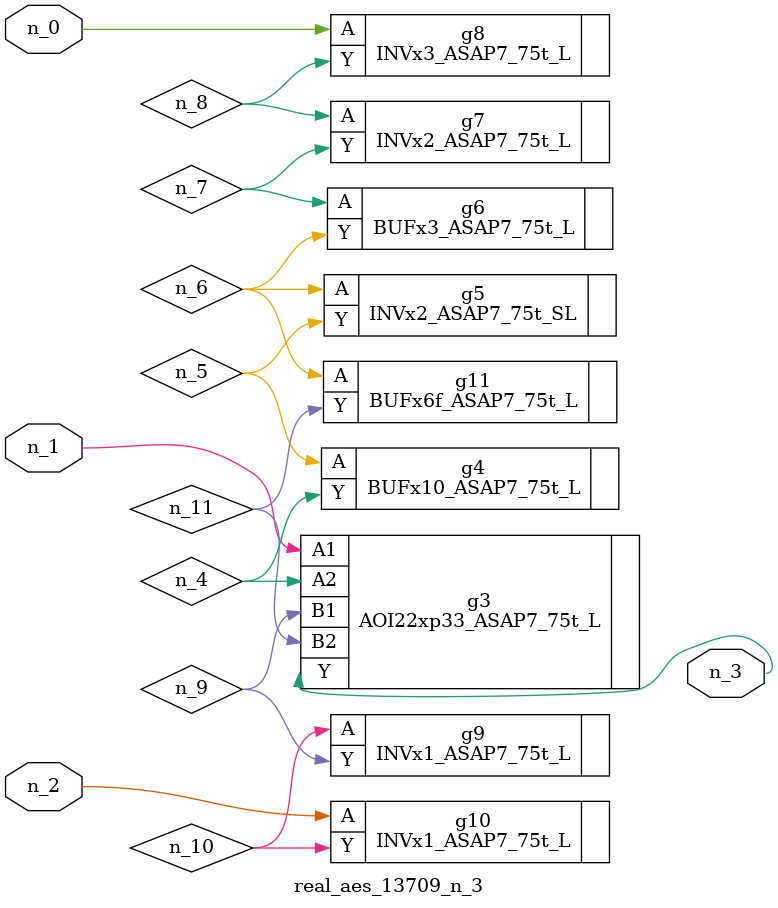
<source format=v>
module real_aes_13709_n_3 (n_0, n_2, n_1, n_3);
input n_0;
input n_2;
input n_1;
output n_3;
wire n_4;
wire n_5;
wire n_7;
wire n_9;
wire n_6;
wire n_8;
wire n_10;
wire n_11;
INVx3_ASAP7_75t_L g8 ( .A(n_0), .Y(n_8) );
AOI22xp33_ASAP7_75t_L g3 ( .A1(n_1), .A2(n_4), .B1(n_9), .B2(n_11), .Y(n_3) );
INVx1_ASAP7_75t_L g10 ( .A(n_2), .Y(n_10) );
BUFx10_ASAP7_75t_L g4 ( .A(n_5), .Y(n_4) );
INVx2_ASAP7_75t_SL g5 ( .A(n_6), .Y(n_5) );
BUFx6f_ASAP7_75t_L g11 ( .A(n_6), .Y(n_11) );
BUFx3_ASAP7_75t_L g6 ( .A(n_7), .Y(n_6) );
INVx2_ASAP7_75t_L g7 ( .A(n_8), .Y(n_7) );
INVx1_ASAP7_75t_L g9 ( .A(n_10), .Y(n_9) );
endmodule
</source>
